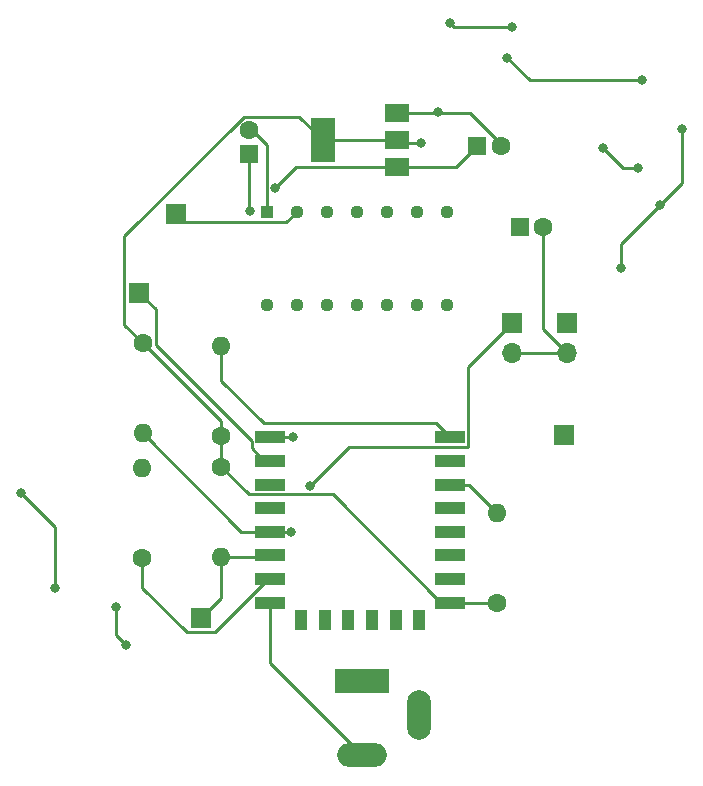
<source format=gbr>
%TF.GenerationSoftware,KiCad,Pcbnew,(6.0.5)*%
%TF.CreationDate,2022-11-18T19:29:44+05:30*%
%TF.ProjectId,Ball Lamp,42616c6c-204c-4616-9d70-2e6b69636164,rev?*%
%TF.SameCoordinates,Original*%
%TF.FileFunction,Copper,L2,Bot*%
%TF.FilePolarity,Positive*%
%FSLAX46Y46*%
G04 Gerber Fmt 4.6, Leading zero omitted, Abs format (unit mm)*
G04 Created by KiCad (PCBNEW (6.0.5)) date 2022-11-18 19:29:44*
%MOMM*%
%LPD*%
G01*
G04 APERTURE LIST*
%TA.AperFunction,ComponentPad*%
%ADD10R,1.600000X1.600000*%
%TD*%
%TA.AperFunction,ComponentPad*%
%ADD11C,1.600000*%
%TD*%
%TA.AperFunction,ComponentPad*%
%ADD12R,1.700000X1.700000*%
%TD*%
%TA.AperFunction,ComponentPad*%
%ADD13O,1.600000X1.600000*%
%TD*%
%TA.AperFunction,ComponentPad*%
%ADD14O,1.700000X1.700000*%
%TD*%
%TA.AperFunction,ComponentPad*%
%ADD15R,4.600000X2.000000*%
%TD*%
%TA.AperFunction,ComponentPad*%
%ADD16O,4.200000X2.000000*%
%TD*%
%TA.AperFunction,ComponentPad*%
%ADD17O,2.000000X4.200000*%
%TD*%
%TA.AperFunction,SMDPad,CuDef*%
%ADD18R,2.500000X1.000000*%
%TD*%
%TA.AperFunction,SMDPad,CuDef*%
%ADD19R,1.000000X1.800000*%
%TD*%
%TA.AperFunction,ComponentPad*%
%ADD20R,1.130000X1.130000*%
%TD*%
%TA.AperFunction,ComponentPad*%
%ADD21C,1.130000*%
%TD*%
%TA.AperFunction,SMDPad,CuDef*%
%ADD22R,2.000000X1.500000*%
%TD*%
%TA.AperFunction,SMDPad,CuDef*%
%ADD23R,2.000000X3.800000*%
%TD*%
%TA.AperFunction,ViaPad*%
%ADD24C,0.800000*%
%TD*%
%TA.AperFunction,Conductor*%
%ADD25C,0.250000*%
%TD*%
G04 APERTURE END LIST*
D10*
%TO.P,C2,1*%
%TO.N,3.3V*%
X13310000Y12420000D03*
D11*
%TO.P,C2,2*%
%TO.N,GND*%
X15310000Y12420000D03*
%TD*%
D12*
%TO.P,J5,1,Pin_1*%
%TO.N,Net-(J5-Pad1)*%
X-13700000Y-20680000D03*
%TD*%
D11*
%TO.P,R3,1*%
%TO.N,3.3V*%
X-18620000Y2630000D03*
D13*
%TO.P,R3,2*%
%TO.N,GPIO0*%
X-18620000Y-4990000D03*
%TD*%
D11*
%TO.P,R5,1*%
%TO.N,3.3V*%
X-11980000Y-7840000D03*
D13*
%TO.P,R5,2*%
%TO.N,Net-(J5-Pad1)*%
X-11980000Y-15460000D03*
%TD*%
D11*
%TO.P,R2,1*%
%TO.N,3.3V*%
X-11970000Y-5270000D03*
D13*
%TO.P,R2,2*%
%TO.N,Net-(R2-Pad2)*%
X-11970000Y2350000D03*
%TD*%
D11*
%TO.P,R4,1*%
%TO.N,Net-(R4-Pad1)*%
X-18630000Y-15590000D03*
D13*
%TO.P,R4,2*%
%TO.N,GND*%
X-18630000Y-7970000D03*
%TD*%
D12*
%TO.P,J9,1,Pin_1*%
%TO.N,Net-(J8-Pad4)*%
X17350000Y4290000D03*
D14*
%TO.P,J9,2,Pin_2*%
%TO.N,GND*%
X17350000Y1750000D03*
%TD*%
D10*
%TO.P,C1,1*%
%TO.N,VCC*%
X9704888Y19260000D03*
D11*
%TO.P,C1,2*%
%TO.N,GND*%
X11704888Y19260000D03*
%TD*%
D12*
%TO.P,J7,1,Pin_1*%
%TO.N,DataI{slash}P*%
X-15820000Y13540000D03*
%TD*%
%TO.P,J3,1,Pin_1*%
%TO.N,Net-(J3-Pad1)*%
X17060000Y-5160000D03*
%TD*%
%TO.P,J6,1,Pin_1*%
%TO.N,GPIO0*%
X12700000Y4290000D03*
D14*
%TO.P,J6,2,Pin_2*%
%TO.N,GND*%
X12700000Y1750000D03*
%TD*%
D12*
%TO.P,J4,1,Pin_1*%
%TO.N,Net-(J4-Pad1)*%
X-18880000Y6890000D03*
%TD*%
D10*
%TO.P,C3,1*%
%TO.N,VCC*%
X-9590000Y18654888D03*
D11*
%TO.P,C3,2*%
%TO.N,GND*%
X-9590000Y20654888D03*
%TD*%
%TO.P,R1,1*%
%TO.N,3.3V*%
X11360000Y-19360000D03*
D13*
%TO.P,R1,2*%
%TO.N,Net-(R1-Pad2)*%
X11360000Y-11740000D03*
%TD*%
D15*
%TO.P,J1,1*%
%TO.N,VCC*%
X0Y-26000000D03*
D16*
%TO.P,J1,2*%
%TO.N,GND*%
X0Y-32300000D03*
D17*
%TO.P,J1,3*%
%TO.N,N/C*%
X4800000Y-28900000D03*
%TD*%
D18*
%TO.P,U1,1,~{RST}*%
%TO.N,Net-(R2-Pad2)*%
X7400000Y-5360000D03*
%TO.P,U1,2,ADC*%
%TO.N,unconnected-(U1-Pad2)*%
X7400000Y-7360000D03*
%TO.P,U1,3,EN*%
%TO.N,Net-(R1-Pad2)*%
X7400000Y-9360000D03*
%TO.P,U1,4,GPIO16*%
%TO.N,unconnected-(U1-Pad4)*%
X7400000Y-11360000D03*
%TO.P,U1,5,GPIO14*%
%TO.N,unconnected-(U1-Pad5)*%
X7400000Y-13360000D03*
%TO.P,U1,6,GPIO12*%
%TO.N,unconnected-(U1-Pad6)*%
X7400000Y-15360000D03*
%TO.P,U1,7,GPIO13*%
%TO.N,unconnected-(U1-Pad7)*%
X7400000Y-17360000D03*
%TO.P,U1,8,VCC*%
%TO.N,3.3V*%
X7400000Y-19360000D03*
D19*
%TO.P,U1,9,CS0*%
%TO.N,unconnected-(U1-Pad9)*%
X4800000Y-20860000D03*
%TO.P,U1,10,MISO*%
%TO.N,unconnected-(U1-Pad10)*%
X2800000Y-20860000D03*
%TO.P,U1,11,GPIO9*%
%TO.N,unconnected-(U1-Pad11)*%
X800000Y-20860000D03*
%TO.P,U1,12,GPIO10*%
%TO.N,unconnected-(U1-Pad12)*%
X-1200000Y-20860000D03*
%TO.P,U1,13,MOSI*%
%TO.N,unconnected-(U1-Pad13)*%
X-3200000Y-20860000D03*
%TO.P,U1,14,SCLK*%
%TO.N,unconnected-(U1-Pad14)*%
X-5200000Y-20860000D03*
D18*
%TO.P,U1,15,GND*%
%TO.N,GND*%
X-7800000Y-19360000D03*
%TO.P,U1,16,GPIO15*%
%TO.N,Net-(R4-Pad1)*%
X-7800000Y-17360000D03*
%TO.P,U1,17,GPIO2*%
%TO.N,Net-(J5-Pad1)*%
X-7800000Y-15360000D03*
%TO.P,U1,18,GPIO0*%
%TO.N,GPIO0*%
X-7800000Y-13360000D03*
%TO.P,U1,19,GPIO4*%
%TO.N,unconnected-(U1-Pad19)*%
X-7800000Y-11360000D03*
%TO.P,U1,20,GPIO5*%
%TO.N,unconnected-(U1-Pad20)*%
X-7800000Y-9360000D03*
%TO.P,U1,21,GPIO3/RXD*%
%TO.N,Net-(J4-Pad1)*%
X-7800000Y-7360000D03*
%TO.P,U1,22,GPIO1/TXD*%
%TO.N,Net-(J3-Pad1)*%
X-7800000Y-5360000D03*
%TD*%
D20*
%TO.P,IC1,1,1~{OE}*%
%TO.N,GND*%
X-8110000Y13740000D03*
D21*
%TO.P,IC1,2,1A*%
%TO.N,DataI{slash}P*%
X-5570000Y13740000D03*
%TO.P,IC1,3,1Y*%
%TO.N,DataO{slash}P*%
X-3030000Y13740000D03*
%TO.P,IC1,4,2~{OE}*%
%TO.N,unconnected-(IC1-Pad4)*%
X-490000Y13740000D03*
%TO.P,IC1,5,2A*%
%TO.N,unconnected-(IC1-Pad5)*%
X2050000Y13740000D03*
%TO.P,IC1,6,2Y*%
%TO.N,unconnected-(IC1-Pad6)*%
X4590000Y13740000D03*
%TO.P,IC1,7,GND*%
%TO.N,GND*%
X7130000Y13740000D03*
%TO.P,IC1,8,3Y*%
%TO.N,unconnected-(IC1-Pad8)*%
X7130000Y5800000D03*
%TO.P,IC1,9,3A*%
%TO.N,unconnected-(IC1-Pad9)*%
X4590000Y5800000D03*
%TO.P,IC1,10,3~{OE}*%
%TO.N,unconnected-(IC1-Pad10)*%
X2050000Y5800000D03*
%TO.P,IC1,11,4Y*%
%TO.N,unconnected-(IC1-Pad11)*%
X-490000Y5800000D03*
%TO.P,IC1,12,4A*%
%TO.N,unconnected-(IC1-Pad12)*%
X-3030000Y5800000D03*
%TO.P,IC1,13,4~{OE}*%
%TO.N,unconnected-(IC1-Pad13)*%
X-5570000Y5800000D03*
%TO.P,IC1,14,VCC*%
%TO.N,VCC*%
X-8110000Y5800000D03*
%TD*%
D22*
%TO.P,U2,1,GND*%
%TO.N,GND*%
X2940000Y22090000D03*
%TO.P,U2,2,VO*%
%TO.N,3.3V*%
X2940000Y19790000D03*
D23*
X-3360000Y19790000D03*
D22*
%TO.P,U2,3,VI*%
%TO.N,VCC*%
X2940000Y17490000D03*
%TD*%
D24*
%TO.N,VCC*%
X-28870000Y-10080000D03*
X27060000Y20780000D03*
X-7385500Y15760000D03*
X21870000Y8960000D03*
X-26022701Y-18092701D03*
X25230000Y14340000D03*
X-9510000Y13830000D03*
%TO.N,GND*%
X6360000Y22160000D03*
X-20870000Y-19713211D03*
X-19990000Y-22980000D03*
%TO.N,3.3V*%
X4950000Y19540000D03*
%TO.N,Net-(D12-Pad4)*%
X7400000Y29730000D03*
X12690000Y29390000D03*
%TO.N,Net-(D13-Pad4)*%
X23690000Y24860000D03*
X12256150Y26766150D03*
%TO.N,Net-(D14-Pad4)*%
X20340000Y19150000D03*
X23320000Y17460000D03*
%TO.N,Net-(J3-Pad1)*%
X-5850000Y-5330000D03*
%TO.N,GPIO0*%
X-4400000Y-9460011D03*
X-6090000Y-13370000D03*
%TD*%
D25*
%TO.N,VCC*%
X21870000Y10980000D02*
X25230000Y14340000D01*
X27060000Y16170000D02*
X25230000Y14340000D01*
X21870000Y8960000D02*
X21870000Y10980000D01*
X-5655500Y17490000D02*
X-7385500Y15760000D01*
X-9590000Y13910000D02*
X-9510000Y13830000D01*
X7934888Y17490000D02*
X9704888Y19260000D01*
X-26022701Y-18092701D02*
X-26022701Y-12927299D01*
X-9590000Y18654888D02*
X-9590000Y13910000D01*
X-26022701Y-12927299D02*
X-28870000Y-10080000D01*
X2940000Y17490000D02*
X-5655500Y17490000D01*
X27060000Y20780000D02*
X27060000Y16170000D01*
X2940000Y17490000D02*
X7934888Y17490000D01*
%TO.N,GND*%
X-7800000Y-19360000D02*
X-7800000Y-24500000D01*
X-20870000Y-19713211D02*
X-20870000Y-22100000D01*
X2940000Y22090000D02*
X9123910Y22090000D01*
X-8110000Y13740000D02*
X-8110000Y19423910D01*
X12700000Y1750000D02*
X17350000Y1750000D01*
X6360000Y22160000D02*
X6290000Y22090000D01*
X-9340978Y20654888D02*
X-9590000Y20654888D01*
X11704888Y19509022D02*
X11704888Y19260000D01*
X-8110000Y19423910D02*
X-9340978Y20654888D01*
X17350000Y1750000D02*
X15310000Y3790000D01*
X6290000Y22090000D02*
X2940000Y22090000D01*
X15310000Y3790000D02*
X15310000Y12420000D01*
X-20870000Y-22100000D02*
X-19990000Y-22980000D01*
X-7800000Y-24500000D02*
X0Y-32300000D01*
X9123910Y22090000D02*
X11704888Y19509022D01*
%TO.N,3.3V*%
X-20150000Y11685188D02*
X-20150000Y4160000D01*
X-9635489Y-10184511D02*
X-2525489Y-10184511D01*
X-5349399Y21779399D02*
X-10055789Y21779399D01*
X3190000Y19540000D02*
X2940000Y19790000D01*
X-11970000Y-5270000D02*
X-11970000Y-7830000D01*
X-3360000Y19790000D02*
X-5349399Y21779399D01*
X-3360000Y19790000D02*
X2940000Y19790000D01*
X-20150000Y4160000D02*
X-18620000Y2630000D01*
X-11980000Y-7840000D02*
X-9635489Y-10184511D01*
X-11970000Y-7830000D02*
X-11980000Y-7840000D01*
X-10055789Y21779399D02*
X-20150000Y11685188D01*
X-2525489Y-10184511D02*
X6650000Y-19360000D01*
X11360000Y-19360000D02*
X7400000Y-19360000D01*
X6650000Y-19360000D02*
X7400000Y-19360000D01*
X-11970000Y-5270000D02*
X-11970000Y-4020000D01*
X4950000Y19540000D02*
X3190000Y19540000D01*
X-11970000Y-4020000D02*
X-18620000Y2630000D01*
%TO.N,Net-(D12-Pad4)*%
X7400000Y29730000D02*
X7740000Y29390000D01*
X7740000Y29390000D02*
X12690000Y29390000D01*
%TO.N,Net-(D13-Pad4)*%
X14162300Y24860000D02*
X23690000Y24860000D01*
X12256150Y26766150D02*
X14162300Y24860000D01*
%TO.N,Net-(D14-Pad4)*%
X23320000Y17460000D02*
X22030000Y17460000D01*
X22030000Y17460000D02*
X20340000Y19150000D01*
%TO.N,Net-(J3-Pad1)*%
X-5850000Y-5330000D02*
X-7770000Y-5330000D01*
X-7770000Y-5330000D02*
X-7800000Y-5360000D01*
%TO.N,Net-(J4-Pad1)*%
X-17495489Y5505489D02*
X-17495489Y2470978D01*
X-8320000Y-7360000D02*
X-7800000Y-7360000D01*
X-17495489Y2470978D02*
X-9374511Y-5650000D01*
X-18880000Y6890000D02*
X-17495489Y5505489D01*
X-9374511Y-5650000D02*
X-9374511Y-6305489D01*
X-9374511Y-6305489D02*
X-8320000Y-7360000D01*
%TO.N,Net-(J5-Pad1)*%
X-11980000Y-18960000D02*
X-13700000Y-20680000D01*
X-7900000Y-15460000D02*
X-7800000Y-15360000D01*
X-11980000Y-15460000D02*
X-7900000Y-15460000D01*
X-11980000Y-15460000D02*
X-11980000Y-18960000D01*
%TO.N,GPIO0*%
X-10250000Y-13360000D02*
X-7800000Y-13360000D01*
X-6090000Y-13370000D02*
X-7790000Y-13370000D01*
X-7790000Y-13370000D02*
X-7800000Y-13360000D01*
X8974511Y-6184511D02*
X-1124500Y-6184511D01*
X-18620000Y-4990000D02*
X-10250000Y-13360000D01*
X12700000Y4290000D02*
X8974511Y564511D01*
X-1124500Y-6184511D02*
X-4400000Y-9460011D01*
X8974511Y564511D02*
X8974511Y-6184511D01*
%TO.N,DataI{slash}P*%
X-6459511Y12850489D02*
X-5570000Y13740000D01*
X-15820000Y13540000D02*
X-15130489Y12850489D01*
X-15130489Y12850489D02*
X-6459511Y12850489D01*
%TO.N,Net-(R1-Pad2)*%
X7400000Y-9360000D02*
X8980000Y-9360000D01*
X8980000Y-9360000D02*
X11360000Y-11740000D01*
%TO.N,Net-(R2-Pad2)*%
X-11970000Y-586804D02*
X-11970000Y2350000D01*
X7400000Y-5360000D02*
X6225020Y-4185020D01*
X-8371784Y-4185020D02*
X-11970000Y-586804D01*
X6225020Y-4185020D02*
X-8371784Y-4185020D01*
%TO.N,Net-(R4-Pad1)*%
X-18630000Y-15590000D02*
X-18630000Y-18099022D01*
X-14874511Y-21854511D02*
X-12525489Y-21854511D01*
X-18630000Y-18099022D02*
X-14874511Y-21854511D01*
X-12525489Y-21854511D02*
X-8030978Y-17360000D01*
X-8030978Y-17360000D02*
X-7800000Y-17360000D01*
%TD*%
M02*

</source>
